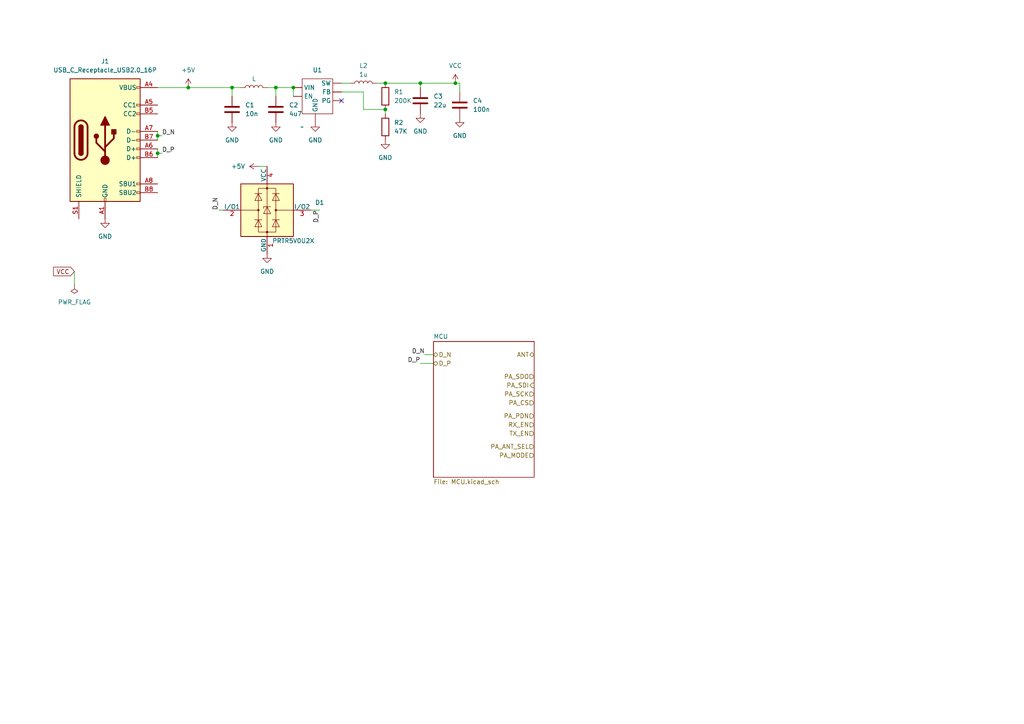
<source format=kicad_sch>
(kicad_sch (version 20230121) (generator eeschema)
  (paper "A4")
  (lib_symbols
    (symbol "Connector:USB_C_Receptacle_USB2.0_16P" (pin_names (offset 1.016))
      (property "Reference" "J" (at 0 22.225 0))
      (property "Value" "USB_C_Receptacle_USB2.0_16P" (at 0 19.685 0))
      (symbol "USB_C_Receptacle_USB2.0_16P_0_0"
        (rectangle (start -0.254 -17.78) (end 0.254 -16.764))
        (rectangle (start 10.16 -14.986) (end 9.144 -15.494))
        (rectangle (start 10.16 -12.446) (end 9.144 -12.954))
        (rectangle (start 10.16 -4.826) (end 9.144 -5.334))
        (rectangle (start 10.16 -2.286) (end 9.144 -2.794))
        (rectangle (start 10.16 0.254) (end 9.144 -0.254))
        (rectangle (start 10.16 2.794) (end 9.144 2.286))
        (rectangle (start 10.16 7.874) (end 9.144 7.366))
        (rectangle (start 10.16 10.414) (end 9.144 9.906))
        (rectangle (start 10.16 15.494) (end 9.144 14.986))
      )
      (symbol "USB_C_Receptacle_USB2.0_16P_0_1"
        (rectangle (start -10.16 17.78) (end 10.16 -17.78) (stroke (width 0.254)) (fill (type background)))
        (arc (start -8.89 -3.81) (mid -6.985 -5.7067) (end -5.08 -3.81) (stroke (width 0.508)))
        (arc (start -7.62 -3.81) (mid -6.985 -4.4423) (end -6.35 -3.81) (stroke (width 0.254)))
        (arc (start -7.62 -3.81) (mid -6.985 -4.4423) (end -6.35 -3.81) (stroke (width 0.254)) (fill (type outline)))
        (rectangle (start -7.62 -3.81) (end -6.35 3.81) (stroke (width 0.254)) (fill (type outline)))
        (arc (start -6.35 3.81) (mid -6.985 4.4423) (end -7.62 3.81) (stroke (width 0.254)))
        (arc (start -6.35 3.81) (mid -6.985 4.4423) (end -7.62 3.81) (stroke (width 0.254)) (fill (type outline)))
        (arc (start -5.08 3.81) (mid -6.985 5.7067) (end -8.89 3.81) (stroke (width 0.508)))
        (circle (center -2.54 1.143) (radius 0.635) (stroke (width 0.254)) (fill (type outline)))
        (circle (center 0 -5.842) (radius 1.27) (fill (type outline)))
        (polyline (pts (xy -8.89 -3.81) (xy -8.89 3.81)) (stroke (width 0.508)))
        (polyline (pts (xy -5.08 3.81) (xy -5.08 -3.81)) (stroke (width 0.508)))
        (polyline (pts (xy 0 -5.842) (xy 0 4.318)) (stroke (width 0.508)))
        (polyline (pts (xy 0 -3.302) (xy -2.54 -0.762) (xy -2.54 0.508)) (stroke (width 0.508)))
        (polyline (pts (xy 0 -2.032) (xy 2.54 0.508) (xy 2.54 1.778)) (stroke (width 0.508)))
        (polyline (pts (xy -1.27 4.318) (xy 0 6.858) (xy 1.27 4.318) (xy -1.27 4.318)) (stroke (width 0.254)) (fill (type outline)))
        (rectangle (start 1.905 1.778) (end 3.175 3.048) (stroke (width 0.254)) (fill (type outline)))
      )
      (symbol "USB_C_Receptacle_USB2.0_16P_1_1"
        (pin passive line (at 0 -22.86 90) (length 5.08) (name "GND") (number "A1"))
        (pin passive line (at 0 -22.86 90) (length 5.08) hide (name "GND") (number "A12"))
        (pin passive line (at 15.24 15.24 180) (length 5.08) (name "VBUS") (number "A4"))
        (pin bidirectional line (at 15.24 10.16 180) (length 5.08) (name "CC1") (number "A5"))
        (pin bidirectional line (at 15.24 -2.54 180) (length 5.08) (name "D+") (number "A6"))
        (pin bidirectional line (at 15.24 2.54 180) (length 5.08) (name "D-") (number "A7"))
        (pin bidirectional line (at 15.24 -12.7 180) (length 5.08) (name "SBU1") (number "A8"))
        (pin passive line (at 15.24 15.24 180) (length 5.08) hide (name "VBUS") (number "A9"))
        (pin passive line (at 0 -22.86 90) (length 5.08) hide (name "GND") (number "B1"))
        (pin passive line (at 0 -22.86 90) (length 5.08) hide (name "GND") (number "B12"))
        (pin passive line (at 15.24 15.24 180) (length 5.08) hide (name "VBUS") (number "B4"))
        (pin bidirectional line (at 15.24 7.62 180) (length 5.08) (name "CC2") (number "B5"))
        (pin bidirectional line (at 15.24 -5.08 180) (length 5.08) (name "D+") (number "B6"))
        (pin bidirectional line (at 15.24 0 180) (length 5.08) (name "D-") (number "B7"))
        (pin bidirectional line (at 15.24 -15.24 180) (length 5.08) (name "SBU2") (number "B8"))
        (pin passive line (at 15.24 15.24 180) (length 5.08) hide (name "VBUS") (number "B9"))
        (pin passive line (at -7.62 -22.86 90) (length 5.08) (name "SHIELD") (number "S1"))
      )
    )
    (symbol "Device:C" (pin_numbers hide) (pin_names (offset 0.254))
      (property "Reference" "C" (at 0.635 2.54 0))
      (property "Value" "C" (at 0.635 -2.54 0))
      (symbol "C_0_1"
        (polyline (pts (xy -2.032 -0.762) (xy 2.032 -0.762)) (stroke (width 0.508)))
        (polyline (pts (xy -2.032 0.762) (xy 2.032 0.762)) (stroke (width 0.508)))
      )
      (symbol "C_1_1"
        (pin passive line (at 0 3.81 270) (length 2.794) (name "~") (number "1"))
        (pin passive line (at 0 -3.81 90) (length 2.794) (name "~") (number "2"))
      )
    )
    (symbol "Device:L" (pin_numbers hide) (pin_names (offset 1.016) hide)
      (property "Reference" "L" (at -1.27 0 90))
      (property "Value" "L" (at 1.905 0 90))
      (symbol "L_0_1"
        (arc (start 0 -2.54) (mid 0.6323 -1.905) (end 0 -1.27))
        (arc (start 0 -1.27) (mid 0.6323 -0.635) (end 0 0))
        (arc (start 0 0) (mid 0.6323 0.635) (end 0 1.27))
        (arc (start 0 1.27) (mid 0.6323 1.905) (end 0 2.54))
      )
      (symbol "L_1_1"
        (pin passive line (at 0 3.81 270) (length 1.27) (name "1") (number "1"))
        (pin passive line (at 0 -3.81 90) (length 1.27) (name "2") (number "2"))
      )
    )
    (symbol "Device:R" (pin_numbers hide) (pin_names (offset 0))
      (property "Reference" "R" (at 2.032 0 90))
      (property "Value" "R" (at 0 0 90))
      (symbol "R_0_1"
        (rectangle (start -1.016 -2.54) (end 1.016 2.54) (stroke (width 0.254)))
      )
      (symbol "R_1_1"
        (pin passive line (at 0 3.81 270) (length 1.27) (name "~") (number "1"))
        (pin passive line (at 0 -3.81 90) (length 1.27) (name "~") (number "2"))
      )
    )
    (symbol "Power_Protection:PRTR5V0U2X" (pin_names (offset 0))
      (property "Reference" "D" (at 2.794 8.636 0))
      (property "Value" "PRTR5V0U2X" (at 8.128 -9.398 0))
      (symbol "PRTR5V0U2X_0_1"
        (rectangle (start -7.62 -7.62) (end 7.62 7.62) (stroke (width 0.254)) (fill (type background)))
        (circle (center -2.54 0) (radius 0.254) (fill (type outline)))
        (rectangle (start -2.54 6.35) (end 2.54 -6.35))
        (circle (center 0 -6.35) (radius 0.254) (fill (type outline)))
        (polyline (pts (xy -2.54 0) (xy -7.62 0)))
        (polyline (pts (xy -1.524 -2.794) (xy -3.556 -2.794)))
        (polyline (pts (xy -1.524 4.826) (xy -3.556 4.826)))
        (polyline (pts (xy 0 -7.62) (xy 0 7.62)))
        (polyline (pts (xy 1.524 -2.794) (xy 3.556 -2.794)))
        (polyline (pts (xy 1.524 4.826) (xy 3.556 4.826)))
        (polyline (pts (xy 2.54 0) (xy 7.62 0)))
        (polyline (pts (xy 1.016 1.016) (xy -1.016 1.016) (xy -1.016 0.508)))
        (polyline (pts (xy -3.556 -4.826) (xy -1.524 -4.826) (xy -2.54 -2.794) (xy -3.556 -4.826)))
        (polyline (pts (xy -3.556 2.794) (xy -1.524 2.794) (xy -2.54 4.826) (xy -3.556 2.794)))
        (polyline (pts (xy -1.016 -1.016) (xy 1.016 -1.016) (xy 0 1.016) (xy -1.016 -1.016)))
        (polyline (pts (xy 3.556 -4.826) (xy 1.524 -4.826) (xy 2.54 -2.794) (xy 3.556 -4.826)))
        (polyline (pts (xy 3.556 2.794) (xy 1.524 2.794) (xy 2.54 4.826) (xy 3.556 2.794)))
        (circle (center 0 6.35) (radius 0.254) (fill (type outline)))
        (circle (center 2.54 0) (radius 0.254) (fill (type outline)))
      )
      (symbol "PRTR5V0U2X_1_1"
        (pin passive line (at 0 -12.7 90) (length 5.08) (name "GND") (number "1"))
        (pin passive line (at -12.7 0 0) (length 5.08) (name "I/O1") (number "2"))
        (pin passive line (at 12.7 0 180) (length 5.08) (name "I/O2") (number "3"))
        (pin passive line (at 0 12.7 270) (length 5.08) (name "VCC") (number "4"))
      )
    )
    (symbol "power:+5V" (power) (pin_names (offset 0))
      (property "Value" "+5V" (at 0 3.556 0))
      (symbol "+5V_0_1"
        (polyline (pts (xy -0.762 1.27) (xy 0 2.54)))
        (polyline (pts (xy 0 0) (xy 0 2.54)))
        (polyline (pts (xy 0 2.54) (xy 0.762 1.27)))
      )
      (symbol "+5V_1_1"
        (pin power_in line (at 0 0 90) (length 0) hide (name "+5V") (number "1"))
      )
    )
    (symbol "power:GND" (power) (pin_names (offset 0))
      (property "Value" "GND" (at 0 -3.81 0))
      (symbol "GND_0_1"
        (polyline (pts (xy 0 0) (xy 0 -1.27) (xy 1.27 -1.27) (xy 0 -2.54) (xy -1.27 -1.27) (xy 0 -1.27)))
      )
      (symbol "GND_1_1"
        (pin power_in line (at 0 0 270) (length 0) hide (name "GND") (number "1"))
      )
    )
    (symbol "power:PWR_FLAG" (power) (pin_numbers hide) (pin_names (offset 0) hide)
      (property "Value" "PWR_FLAG" (at 0 3.81 0))
      (symbol "PWR_FLAG_0_0"
        (pin power_out line (at 0 0 90) (length 0) (name "pwr") (number "1"))
      )
      (symbol "PWR_FLAG_0_1"
        (polyline (pts (xy 0 0) (xy 0 1.27) (xy -1.016 1.905) (xy 0 2.54) (xy 1.016 1.905) (xy 0 1.27)))
      )
    )
    (symbol "power:VCC" (power) (pin_names (offset 0))
      (property "Value" "VCC" (at 0 3.81 0))
      (symbol "VCC_0_1"
        (polyline (pts (xy -0.762 1.27) (xy 0 2.54)))
        (polyline (pts (xy 0 0) (xy 0 2.54)))
        (polyline (pts (xy 0 2.54) (xy 0.762 1.27)))
      )
      (symbol "VCC_1_1"
        (pin power_in line (at 0 0 90) (length 0) hide (name "VCC") (number "1"))
      )
    )
    (symbol "prib_power:TPS62A0"
      (property "Reference" "U" (at 0 0 0))
      (symbol "TPS62A0_0_1"
        (rectangle (start 0 13.97) (end 8.89 3.81))
      )
      (symbol "TPS62A0_1_1"
        (pin input line (at -2.54 8.89 0) (length 2.54) (name "EN") (number ""))
        (pin input line (at 11.43 10.16 180) (length 2.54) (name "FB") (number ""))
        (pin input line (at 3.81 1.27 90) (length 2.54) (name "GND") (number ""))
        (pin input line (at 11.43 7.62 180) (length 2.54) (name "PG") (number ""))
        (pin input line (at 11.43 12.7 180) (length 2.54) (name "SW") (number ""))
        (pin input line (at -2.54 11.43 0) (length 2.54) (name "VIN") (number ""))
      )
    )
  )
  (junction (at 67.31 25.4))
  (junction (at 121.92 24.13))
  (junction (at 111.76 24.13))
  (junction (at 85.09 25.4))
  (junction (at 111.76 31.75))
  (junction (at 45.72 44.45))
  (junction (at 54.61 25.4))
  (junction (at 80.01 25.4))
  (junction (at 132.08 24.13))
  (junction (at 45.72 39.37))
  (no_connect (at 99.06 29.21))
  (wire (pts (xy 21.59 78.74) (xy 21.59 82.55)))
  (wire (pts (xy 69.85 25.4) (xy 67.31 25.4)))
  (wire (pts (xy 121.92 25.4) (xy 121.92 24.13)))
  (wire (pts (xy 85.09 25.4) (xy 85.09 27.94)))
  (wire (pts (xy 45.72 39.37) (xy 45.72 40.64)))
  (wire (pts (xy 109.22 24.13) (xy 111.76 24.13)))
  (wire (pts (xy 92.71 60.96) (xy 90.17 60.96)))
  (wire (pts (xy 99.06 24.13) (xy 101.6 24.13)))
  (wire (pts (xy 46.99 44.45) (xy 45.72 44.45)))
  (wire (pts (xy 99.06 26.67) (xy 105.41 26.67)))
  (wire (pts (xy 80.01 25.4) (xy 77.47 25.4)))
  (wire (pts (xy 45.72 43.18) (xy 45.72 44.45)))
  (wire (pts (xy 45.72 44.45) (xy 45.72 45.72)))
  (wire (pts (xy 74.93 48.26) (xy 77.47 48.26)))
  (wire (pts (xy 132.08 24.13) (xy 121.92 24.13)))
  (wire (pts (xy 67.31 25.4) (xy 67.31 27.94)))
  (wire (pts (xy 80.01 25.4) (xy 80.01 27.94)))
  (wire (pts (xy 111.76 31.75) (xy 111.76 33.02)))
  (wire (pts (xy 133.35 26.67) (xy 133.35 24.13)))
  (wire (pts (xy 63.5 60.96) (xy 64.77 60.96)))
  (wire (pts (xy 111.76 24.13) (xy 121.92 24.13)))
  (wire (pts (xy 125.73 105.41) (xy 121.92 105.41)))
  (wire (pts (xy 46.99 39.37) (xy 45.72 39.37)))
  (wire (pts (xy 45.72 38.1) (xy 45.72 39.37)))
  (wire (pts (xy 123.19 102.87) (xy 125.73 102.87)))
  (wire (pts (xy 105.41 26.67) (xy 105.41 31.75)))
  (wire (pts (xy 133.35 24.13) (xy 132.08 24.13)))
  (wire (pts (xy 45.72 25.4) (xy 54.61 25.4)))
  (wire (pts (xy 105.41 31.75) (xy 111.76 31.75)))
  (wire (pts (xy 85.09 25.4) (xy 80.01 25.4)))
  (wire (pts (xy 54.61 25.4) (xy 67.31 25.4)))
  (label "D_P" (at 46.99 44.45 0))
  (label "D_N" (at 63.5 60.96 90))
  (label "D_P" (at 121.92 105.41 180))
  (label "D_N" (at 46.99 39.37 0))
  (label "D_N" (at 123.19 102.87 180))
  (label "D_P" (at 92.71 60.96 270))
  (global_label "VCC" (shape input) (at 21.59 78.74 180) (property "Intersheetrefs" "${INTERSHEET_REFS}" (effects hide)))
  (hierarchical_label "PA_SDO" (shape input) (at 154.94 109.22 180))
  (hierarchical_label "PA_MODE" (shape input) (at 154.94 132.08 180))
  (hierarchical_label "PA_PDN" (shape input) (at 154.94 120.65 180))
  (hierarchical_label "PA_ANT_SEL" (shape input) (at 154.94 129.54 180))
  (hierarchical_label "D_N" (shape bidirectional) (at 125.73 102.87 0))
  (hierarchical_label "D_P" (shape bidirectional) (at 125.73 105.41 0))
  (hierarchical_label "TX_EN" (shape input) (at 154.94 125.73 180))
  (hierarchical_label "PA_CS" (shape input) (at 154.94 116.84 180))
  (hierarchical_label "ANT" (shape bidirectional) (at 154.94 102.87 180))
  (hierarchical_label "RX_EN" (shape input) (at 154.94 123.19 180))
  (hierarchical_label "PA_SDI" (shape output) (at 154.94 111.76 180))
  (hierarchical_label "PA_SCK" (shape input) (at 154.94 114.3 180))
  (symbol (lib_id "power:VCC") (at 132.08 24.13 0) (unit 1)
    (property "Reference" "#PWR02" (effects hide))
    (property "Value" "VCC" (at 132.08 19.05 0))
  )
  (symbol (lib_id "Device:R") (at 111.76 36.83 0) (unit 1)
    (property "Reference" "R2" (at 114.3 35.56 0) (effects (justify left)))
    (property "Value" "47K" (at 114.3 38.1 0) (effects (justify left)))
  )
  (symbol (lib_id "prib_power:TPS62A0") (at 87.63 36.83 0) (unit 1)
    (property "Reference" "U1" (at 92.075 20.32 0))
    (property "Value" "~" (at 87.63 36.83 0))
  )
  (symbol (lib_id "power:GND") (at 30.48 63.5 0) (unit 1)
    (property "Reference" "#PWR01" (effects hide))
    (property "Value" "GND" (at 30.48 68.58 0))
  )
  (symbol (lib_id "Device:C") (at 133.35 30.48 0) (unit 1)
    (property "Reference" "C4" (at 137.16 29.21 0) (effects (justify left)))
    (property "Value" "100n" (at 137.16 31.75 0) (effects (justify left)))
  )
  (symbol (lib_id "Device:C") (at 121.92 29.21 0) (unit 1)
    (property "Reference" "C3" (at 125.73 27.94 0) (effects (justify left)))
    (property "Value" "22u" (at 125.73 30.48 0) (effects (justify left)))
  )
  (symbol (lib_id "power:GND") (at 91.44 35.56 0) (unit 1)
    (property "Reference" "#PWR06" (effects hide))
    (property "Value" "GND" (at 91.44 40.64 0))
  )
  (symbol (lib_id "power:GND") (at 111.76 40.64 0) (unit 1)
    (property "Reference" "#PWR07" (effects hide))
    (property "Value" "GND" (at 111.76 45.72 0))
  )
  (symbol (lib_id "power:GND") (at 67.31 35.56 0) (unit 1)
    (property "Reference" "#PWR04" (effects hide))
    (property "Value" "GND" (at 67.31 40.64 0))
  )
  (symbol (lib_id "Device:C") (at 80.01 31.75 0) (unit 1)
    (property "Reference" "C2" (at 83.82 30.48 0) (effects (justify left)))
    (property "Value" "4u7" (at 83.82 33.02 0) (effects (justify left)))
  )
  (symbol (lib_id "power:GND") (at 121.92 33.02 0) (unit 1)
    (property "Reference" "#PWR08" (effects hide))
    (property "Value" "GND" (at 121.92 38.1 0))
  )
  (symbol (lib_id "power:+5V") (at 74.93 48.26 90) (unit 1)
    (property "Reference" "#PWR010" (effects hide))
    (property "Value" "+5V" (at 71.12 48.26 90) (effects (justify left)))
  )
  (symbol (lib_id "Power_Protection:PRTR5V0U2X") (at 77.47 60.96 0) (unit 1)
    (property "Reference" "D1" (at 92.71 58.7441 0))
    (property "Value" "PRTR5V0U2X" (at 85.09 69.85 0))
    (property "Footprint" "Package_TO_SOT_SMD:SOT-143" (effects hide))
    (property "Datasheet" "https://assets.nexperia.com/documents/data-sheet/PRTR5V0U2X.pdf" (effects hide))
  )
  (symbol (lib_id "power:+5V") (at 54.61 25.4 0) (unit 1)
    (property "Reference" "#PWR03" (effects hide))
    (property "Value" "+5V" (at 54.61 20.32 0))
  )
  (symbol (lib_id "Device:L") (at 73.66 25.4 90) (unit 1)
    (property "Reference" "L1" (effects hide))
    (property "Value" "L" (at 73.66 22.86 90))
  )
  (symbol (lib_id "power:GND") (at 133.35 34.29 0) (unit 1)
    (property "Reference" "#PWR09" (effects hide))
    (property "Value" "GND" (at 133.35 39.37 0))
  )
  (symbol (lib_id "Connector:USB_C_Receptacle_USB2.0_16P") (at 30.48 40.64 0) (unit 1)
    (property "Reference" "J1" (at 30.48 17.78 0))
    (property "Value" "USB_C_Receptacle_USB2.0_16P" (at 30.48 20.32 0))
    (property "Datasheet" "https://www.usb.org/sites/default/files/documents/usb_type-c.zip" (effects hide))
  )
  (symbol (lib_id "power:GND") (at 80.01 35.56 0) (unit 1)
    (property "Reference" "#PWR05" (effects hide))
    (property "Value" "GND" (at 80.01 40.64 0))
  )
  (symbol (lib_id "Device:R") (at 111.76 27.94 0) (unit 1)
    (property "Reference" "R1" (at 114.3 26.67 0) (effects (justify left)))
    (property "Value" "200K" (at 114.3 29.21 0) (effects (justify left)))
  )
  (symbol (lib_id "Device:L") (at 105.41 24.13 90) (unit 1)
    (property "Reference" "L2" (at 105.41 19.05 90))
    (property "Value" "1u" (at 105.41 21.59 90))
  )
  (symbol (lib_id "Device:C") (at 67.31 31.75 0) (unit 1)
    (property "Reference" "C1" (at 71.12 30.48 0) (effects (justify left)))
    (property "Value" "10n" (at 71.12 33.02 0) (effects (justify left)))
    (property "Footprint" "Capacitor_SMD:C_0201_0603Metric_Pad0.64x0.40mm_HandSolder" (effects hide))
  )
  (symbol (lib_id "power:PWR_FLAG") (at 21.59 82.55 180) (unit 1)
    (property "Reference" "#FLG01" (effects hide))
    (property "Value" "PWR_FLAG" (at 21.59 87.63 0))
  )
  (symbol (lib_id "power:GND") (at 77.47 73.66 0) (unit 1)
    (property "Reference" "#PWR011" (effects hide))
    (property "Value" "GND" (at 77.47 78.74 0))
  )
  (sheet (at 125.73 99.06) (size 29.21 39.37) (stroke (width 0.1524))
    (property "Sheetname" "MCU" (at 125.73 98.3484 0) (effects (justify left bottom)))
    (property "Sheetfile" "MCU.kicad_sch" (at 125.73 139.0146 0) (effects (justify left top)))
  )
)
</source>
